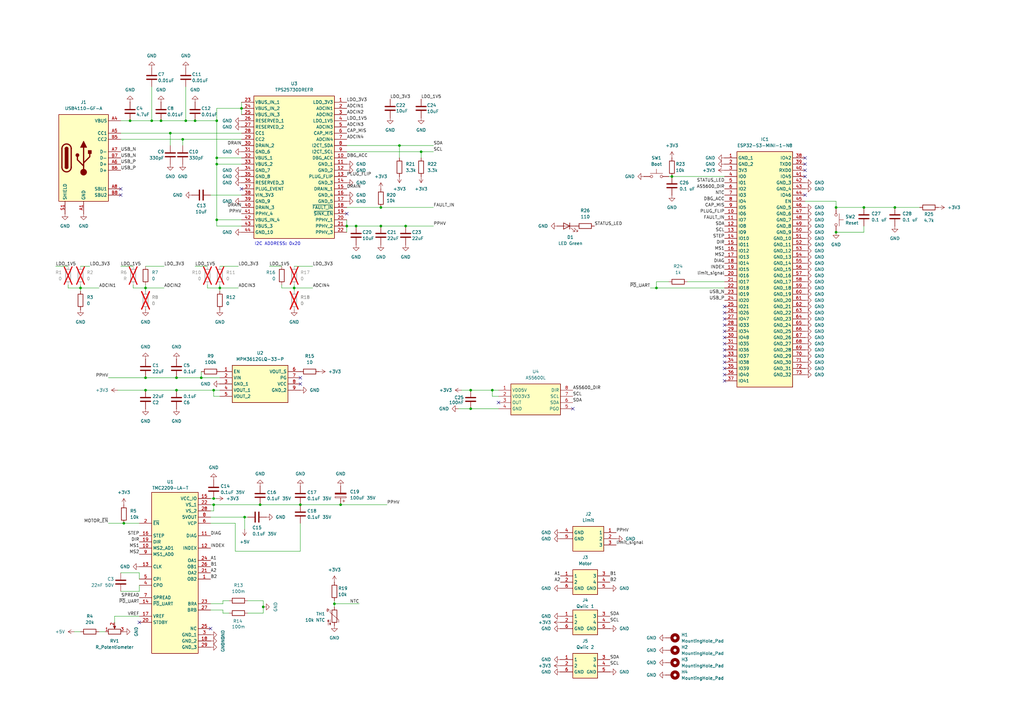
<source format=kicad_sch>
(kicad_sch (version 20250114) (generator "eeschema") (generator_version "9.0")
  (paper "A3")
  (title_block (title "ESPHome Curtain") (date "2025-10-19") (rev "A"))
  (text "I2C ADDRESS: 0x20" (at 104.394 100.076 0) (effects (font (size 1.27 1.27)) (justify left)))
  (junction (at 123.19 207.01))
  (junction (at 88.9 90.17))
  (junction (at 72.39 160.02))
  (junction (at 59.69 118.11))
  (junction (at 354.33 85.09))
  (junction (at 62.23 49.53))
  (junction (at 163.83 59.69))
  (junction (at 74.93 57.15))
  (junction (at 66.04 49.53))
  (junction (at 139.7 207.01))
  (junction (at 120.65 118.11))
  (junction (at 76.2 49.53))
  (junction (at 156.21 92.71))
  (junction (at 107.95 248.92))
  (junction (at 166.37 92.71))
  (junction (at 82.55 154.94))
  (junction (at 87.63 204.47))
  (junction (at 69.85 54.61))
  (junction (at 80.01 49.53))
  (junction (at 72.39 154.94))
  (junction (at 100.33 212.09))
  (junction (at 53.34 49.53))
  (junction (at 201.93 160.02))
  (junction (at 106.68 207.01))
  (junction (at 367.03 85.09))
  (junction (at 342.9 95.25))
  (junction (at 193.04 167.64))
  (junction (at 59.69 160.02))
  (junction (at 90.17 118.11))
  (junction (at 88.9 49.53))
  (junction (at 88.9 64.77))
  (junction (at 50.8 214.63))
  (junction (at 172.72 62.23))
  (junction (at 59.69 154.94))
  (junction (at 342.9 85.09))
  (junction (at 88.9 67.31))
  (junction (at 87.63 160.02))
  (junction (at 193.04 160.02))
  (junction (at 275.59 72.39))
  (junction (at 137.16 247.65))
  (junction (at 146.05 92.71))
  (junction (at 99.06 44.45))
  (junction (at 156.21 85.09))
  (junction (at 142.24 92.71))
  (junction (at 269.24 118.11))
  (junction (at 87.63 207.01))
  (junction (at 33.02 118.11))
  (no_connect (at 99.06 77.47))
  (no_connect (at 297.18 153.67))
  (no_connect (at 297.18 156.21))
  (no_connect (at 234.95 167.64))
  (no_connect (at 330.2 67.31))
  (no_connect (at 330.2 64.77))
  (no_connect (at 297.18 140.97))
  (no_connect (at 297.18 146.05))
  (no_connect (at 142.24 87.63))
  (no_connect (at 297.18 128.27))
  (no_connect (at 297.18 138.43))
  (no_connect (at 297.18 148.59))
  (no_connect (at 86.36 257.81))
  (no_connect (at 297.18 151.13))
  (no_connect (at 330.2 72.39))
  (no_connect (at 49.53 80.01))
  (no_connect (at 297.18 130.81))
  (no_connect (at 297.18 133.35))
  (no_connect (at 123.19 157.48))
  (no_connect (at 57.15 255.27))
  (no_connect (at 297.18 135.89))
  (no_connect (at 49.53 77.47))
  (no_connect (at 330.2 80.01))
  (no_connect (at 297.18 125.73))
  (no_connect (at 204.47 165.1))
  (no_connect (at 123.19 154.94))
  (no_connect (at 297.18 143.51))
  (no_connect (at 330.2 69.85))
  (wire (pts (xy 90.17 162.56) (xy 87.63 162.56)))
  (wire (pts (xy 88.9 44.45) (xy 99.06 44.45)))
  (wire (pts (xy 30.48 259.08) (xy 33.02 259.08)))
  (wire (pts (xy 22.86 109.22) (xy 27.94 109.22)))
  (wire (pts (xy 201.93 162.56) (xy 201.93 160.02)))
  (wire (pts (xy 48.26 160.02) (xy 59.69 160.02)))
  (wire (pts (xy 96.52 214.63) (xy 86.36 214.63)))
  (wire (pts (xy 49.53 109.22) (xy 54.61 109.22)))
  (wire (pts (xy 44.45 214.63) (xy 50.8 214.63)))
  (wire (pts (xy 49.53 57.15) (xy 74.93 57.15)))
  (wire (pts (xy 87.63 204.47) (xy 88.9 204.47)))
  (wire (pts (xy 90.17 119.38) (xy 90.17 118.11)))
  (wire (pts (xy 46.99 252.73) (xy 57.15 252.73)))
  (wire (pts (xy 72.39 154.94) (xy 82.55 154.94)))
  (wire (pts (xy 59.69 119.38) (xy 59.69 118.11)))
  (wire (pts (xy 137.16 248.92) (xy 137.16 247.65)))
  (wire (pts (xy 100.33 212.09) (xy 86.36 212.09)))
  (wire (pts (xy 54.61 118.11) (xy 59.69 118.11)))
  (wire (pts (xy 172.72 62.23) (xy 177.8 62.23)))
  (wire (pts (xy 99.06 92.71) (xy 88.9 92.71)))
  (wire (pts (xy 172.72 62.23) (xy 172.72 64.77)))
  (wire (pts (xy 189.23 160.02) (xy 193.04 160.02)))
  (wire (pts (xy 91.44 250.19) (xy 91.44 251.46)))
  (wire (pts (xy 93.98 246.38) (xy 91.44 246.38)))
  (wire (pts (xy 53.34 49.53) (xy 62.23 49.53)))
  (wire (pts (xy 74.93 57.15) (xy 74.93 59.69)))
  (wire (pts (xy 59.69 109.22) (xy 67.31 109.22)))
  (wire (pts (xy 101.6 251.46) (xy 107.95 251.46)))
  (wire (pts (xy 342.9 85.09) (xy 354.33 85.09)))
  (wire (pts (xy 193.04 160.02) (xy 201.93 160.02)))
  (wire (pts (xy 33.02 109.22) (xy 36.83 109.22)))
  (wire (pts (xy 86.36 207.01) (xy 87.63 207.01)))
  (wire (pts (xy 142.24 62.23) (xy 172.72 62.23)))
  (wire (pts (xy 274.32 72.39) (xy 275.59 72.39)))
  (wire (pts (xy 137.16 246.38) (xy 137.16 247.65)))
  (wire (pts (xy 49.53 242.57) (xy 57.15 242.57)))
  (wire (pts (xy 142.24 59.69) (xy 163.83 59.69)))
  (wire (pts (xy 166.37 92.71) (xy 177.8 92.71)))
  (wire (pts (xy 59.69 116.84) (xy 59.69 118.11)))
  (wire (pts (xy 87.63 209.55) (xy 87.63 207.01)))
  (wire (pts (xy 99.06 44.45) (xy 99.06 46.99)))
  (wire (pts (xy 86.36 80.01) (xy 99.06 80.01)))
  (wire (pts (xy 69.85 54.61) (xy 69.85 59.69)))
  (wire (pts (xy 120.65 109.22) (xy 128.27 109.22)))
  (wire (pts (xy 87.63 160.02) (xy 90.17 160.02)))
  (wire (pts (xy 90.17 109.22) (xy 97.79 109.22)))
  (wire (pts (xy 76.2 35.56) (xy 76.2 49.53)))
  (wire (pts (xy 367.03 85.09) (xy 377.19 85.09)))
  (wire (pts (xy 76.2 49.53) (xy 80.01 49.53)))
  (wire (pts (xy 204.47 162.56) (xy 201.93 162.56)))
  (wire (pts (xy 85.09 118.11) (xy 90.17 118.11)))
  (wire (pts (xy 49.53 49.53) (xy 53.34 49.53)))
  (wire (pts (xy 274.32 115.57) (xy 269.24 115.57)))
  (wire (pts (xy 74.93 57.15) (xy 99.06 57.15)))
  (wire (pts (xy 107.95 246.38) (xy 107.95 248.92)))
  (wire (pts (xy 87.63 207.01) (xy 106.68 207.01)))
  (wire (pts (xy 139.7 207.01) (xy 158.75 207.01)))
  (wire (pts (xy 57.15 234.95) (xy 57.15 237.49)))
  (wire (pts (xy 275.59 72.39) (xy 297.18 72.39)))
  (wire (pts (xy 297.18 118.11) (xy 269.24 118.11)))
  (wire (pts (xy 163.83 59.69) (xy 177.8 59.69)))
  (wire (pts (xy 91.44 251.46) (xy 93.98 251.46)))
  (wire (pts (xy 86.36 204.47) (xy 87.63 204.47)))
  (wire (pts (xy 342.9 82.55) (xy 342.9 85.09)))
  (wire (pts (xy 142.24 92.71) (xy 142.24 95.25)))
  (wire (pts (xy 330.2 82.55) (xy 342.9 82.55)))
  (wire (pts (xy 156.21 85.09) (xy 177.8 85.09)))
  (wire (pts (xy 49.53 54.61) (xy 69.85 54.61)))
  (wire (pts (xy 27.94 118.11) (xy 33.02 118.11)))
  (wire (pts (xy 137.16 247.65) (xy 147.32 247.65)))
  (wire (pts (xy 50.8 214.63) (xy 57.15 214.63)))
  (wire (pts (xy 82.55 152.4) (xy 82.55 154.94)))
  (wire (pts (xy 88.9 67.31) (xy 99.06 67.31)))
  (wire (pts (xy 142.24 92.71) (xy 146.05 92.71)))
  (wire (pts (xy 85.09 116.84) (xy 85.09 118.11)))
  (wire (pts (xy 54.61 116.84) (xy 54.61 118.11)))
  (wire (pts (xy 80.01 109.22) (xy 85.09 109.22)))
  (wire (pts (xy 88.9 92.71) (xy 88.9 90.17)))
  (wire (pts (xy 99.06 64.77) (xy 88.9 64.77)))
  (wire (pts (xy 96.52 226.06) (xy 96.52 214.63)))
  (wire (pts (xy 269.24 118.11) (xy 266.7 118.11)))
  (wire (pts (xy 62.23 35.56) (xy 62.23 49.53)))
  (wire (pts (xy 142.24 90.17) (xy 142.24 92.71)))
  (wire (pts (xy 46.99 255.27) (xy 46.99 252.73)))
  (wire (pts (xy 201.93 160.02) (xy 204.47 160.02)))
  (wire (pts (xy 44.45 154.94) (xy 59.69 154.94)))
  (wire (pts (xy 110.49 109.22) (xy 115.57 109.22)))
  (wire (pts (xy 100.33 212.09) (xy 101.6 212.09)))
  (wire (pts (xy 40.64 259.08) (xy 43.18 259.08)))
  (wire (pts (xy 33.02 118.11) (xy 40.64 118.11)))
  (wire (pts (xy 101.6 246.38) (xy 107.95 246.38)))
  (wire (pts (xy 123.19 214.63) (xy 123.19 226.06)))
  (wire (pts (xy 100.33 217.17) (xy 100.33 212.09)))
  (wire (pts (xy 106.68 207.01) (xy 123.19 207.01)))
  (wire (pts (xy 297.18 115.57) (xy 281.94 115.57)))
  (wire (pts (xy 88.9 49.53) (xy 88.9 44.45)))
  (wire (pts (xy 120.65 119.38) (xy 120.65 118.11)))
  (wire (pts (xy 69.85 54.61) (xy 99.06 54.61)))
  (wire (pts (xy 86.36 250.19) (xy 91.44 250.19)))
  (wire (pts (xy 62.23 49.53) (xy 66.04 49.53)))
  (wire (pts (xy 59.69 160.02) (xy 72.39 160.02)))
  (wire (pts (xy 87.63 160.02) (xy 87.63 162.56)))
  (wire (pts (xy 88.9 67.31) (xy 88.9 64.77)))
  (wire (pts (xy 156.21 92.71) (xy 166.37 92.71)))
  (wire (pts (xy 354.33 92.71) (xy 354.33 95.25)))
  (wire (pts (xy 33.02 116.84) (xy 33.02 118.11)))
  (wire (pts (xy 86.36 209.55) (xy 87.63 209.55)))
  (wire (pts (xy 91.44 246.38) (xy 91.44 247.65)))
  (wire (pts (xy 120.65 118.11) (xy 128.27 118.11)))
  (wire (pts (xy 88.9 90.17) (xy 88.9 67.31)))
  (wire (pts (xy 80.01 49.53) (xy 88.9 49.53)))
  (wire (pts (xy 187.96 167.64) (xy 193.04 167.64)))
  (wire (pts (xy 354.33 95.25) (xy 342.9 95.25)))
  (wire (pts (xy 99.06 90.17) (xy 88.9 90.17)))
  (wire (pts (xy 90.17 116.84) (xy 90.17 118.11)))
  (wire (pts (xy 27.94 116.84) (xy 27.94 118.11)))
  (wire (pts (xy 72.39 160.02) (xy 87.63 160.02)))
  (wire (pts (xy 107.95 248.92) (xy 107.95 251.46)))
  (wire (pts (xy 146.05 92.71) (xy 156.21 92.71)))
  (wire (pts (xy 99.06 41.91) (xy 99.06 44.45)))
  (wire (pts (xy 115.57 116.84) (xy 115.57 118.11)))
  (wire (pts (xy 66.04 49.53) (xy 76.2 49.53)))
  (wire (pts (xy 269.24 115.57) (xy 269.24 118.11)))
  (wire (pts (xy 88.9 64.77) (xy 88.9 49.53)))
  (wire (pts (xy 120.65 116.84) (xy 120.65 118.11)))
  (wire (pts (xy 59.69 118.11) (xy 67.31 118.11)))
  (wire (pts (xy 49.53 234.95) (xy 57.15 234.95)))
  (wire (pts (xy 142.24 85.09) (xy 156.21 85.09)))
  (wire (pts (xy 90.17 118.11) (xy 97.79 118.11)))
  (wire (pts (xy 115.57 118.11) (xy 120.65 118.11)))
  (wire (pts (xy 59.69 154.94) (xy 72.39 154.94)))
  (wire (pts (xy 163.83 59.69) (xy 163.83 64.77)))
  (wire (pts (xy 193.04 167.64) (xy 204.47 167.64)))
  (wire (pts (xy 86.36 247.65) (xy 91.44 247.65)))
  (wire (pts (xy 123.19 207.01) (xy 139.7 207.01)))
  (wire (pts (xy 33.02 119.38) (xy 33.02 118.11)))
  (wire (pts (xy 123.19 226.06) (xy 96.52 226.06)))
  (wire (pts (xy 354.33 85.09) (xy 367.03 85.09)))
  (wire (pts (xy 57.15 242.57) (xy 57.15 240.03)))
  (wire (pts (xy 82.55 154.94) (xy 90.17 154.94)))
  (label "USB_P" (at 49.53 67.31 0))
  (label "STEP" (at 297.18 97.79 180))
  (label "INDEX" (at 297.18 110.49 180))
  (label "MS2" (at 57.15 227.33 180))
  (label "DIAG" (at 86.36 219.71 0))
  (label "SDA" (at 250.19 252.73 0))
  (label "SCL" (at 297.18 95.25 180))
  (label "LDO_1V5" (at 172.72 40.64 0))
  (label "AS5600_DIR" (at 297.18 77.47 180))
  (label "SDA" (at 250.19 270.51 0))
  (label "INDEX" (at 86.36 224.79 0))
  (label "DBG_ACC" (at 297.18 82.55 180))
  (label "A2" (at 229.87 238.76 180))
  (label "B1" (at 86.36 232.41 0))
  (label "DIAG" (at 297.18 107.95 180))
  (label "ADCIN2" (at 67.31 118.11 0))
  (label "VREF" (at 57.15 252.73 180))
  (label "NTC" (at 147.32 247.65 180))
  (label "~{PD}_UART" (at 266.7 118.11 180))
  (label "DIR" (at 297.18 100.33 180))
  (label "SCL" (at 234.95 162.56 0))
  (label "ADCIN3" (at 97.79 118.11 0))
  (label "SPREAD" (at 57.15 245.11 180))
  (label "USB_P" (at 49.53 69.85 0))
  (label "LDO_3V3" (at 36.83 109.22 0))
  (label "SDA" (at 177.8 59.69 0))
  (label "B1" (at 250.19 236.22 0))
  (label "MS2" (at 297.18 105.41 180))
  (label "B2" (at 86.36 237.49 0))
  (label "SDA" (at 234.95 165.1 0))
  (label "PPHV" (at 177.8 92.71 0))
  (label "USB_N" (at 297.18 120.65 180))
  (label "STATUS_LED" (at 243.84 92.71 0))
  (label "LDO_1V5" (at 142.24 49.53 0))
  (label "B2" (at 250.19 238.76 0))
  (label "ADCIN1" (at 40.64 118.11 0))
  (label "MS1" (at 57.15 224.79 180))
  (label "limit_signal" (at 252.73 223.52 0))
  (label "ADCIN3" (at 142.24 52.07 0))
  (label "LDO_1V5" (at 49.53 109.22 0))
  (label "PPHV" (at 158.75 207.01 0))
  (label "A1" (at 229.87 236.22 180))
  (label "AS5600_DIR" (at 234.95 160.02 0))
  (label "LDO_3V3" (at 128.27 109.22 0))
  (label "FAULT_IN" (at 297.18 90.17 180))
  (label "LDO_3V3" (at 160.02 40.64 0))
  (label "USB_N" (at 49.53 62.23 0))
  (label "PPHV" (at 44.45 154.94 180))
  (label "DBG_ACC" (at 142.24 64.77 0))
  (label "USB_P" (at 297.18 123.19 180))
  (label "LDO_3V3" (at 67.31 109.22 0))
  (label "DRAIN" (at 99.06 85.09 180))
  (label "SCL" (at 250.19 255.27 0))
  (label "ADCIN4" (at 142.24 57.15 0))
  (label "A1" (at 86.36 229.87 0))
  (label "SCL" (at 250.19 273.05 0))
  (label "MS1" (at 297.18 102.87 180))
  (label "ADCIN4" (at 128.27 118.11 0))
  (label "NTC" (at 297.18 80.01 180))
  (label "A2" (at 86.36 234.95 0))
  (label "MOTOR_~{EN}" (at 44.45 214.63 180))
  (label "limit_signal" (at 297.18 113.03 180))
  (label "PPHV" (at 252.73 218.44 0))
  (label "ADCIN2" (at 142.24 46.99 0))
  (label "~{PD}_UART" (at 57.15 247.65 180))
  (label "SDA" (at 297.18 92.71 180))
  (label "SCL" (at 177.8 62.23 0))
  (label "PLUG_FLIP" (at 297.18 87.63 180))
  (label "STATUS_LED" (at 297.18 74.93 180))
  (label "LDO_1V5" (at 80.01 109.22 0))
  (label "CAP_MIS" (at 297.18 85.09 180))
  (label "LDO_1V5" (at 110.49 109.22 0))
  (label "PLUG_FLIP" (at 142.24 72.39 0))
  (label "LDO_3V3" (at 142.24 41.91 0))
  (label "DIR" (at 57.15 222.25 180))
  (label "ADCIN1" (at 142.24 44.45 0))
  (label "LDO_3V3" (at 97.79 109.22 0))
  (label "FAULT_IN" (at 177.8 85.09 0))
  (label "CAP_MIS" (at 142.24 54.61 0))
  (label "DRAIN" (at 142.24 77.47 0))
  (label "LDO_1V5" (at 22.86 109.22 0))
  (label "USB_N" (at 49.53 64.77 0))
  (label "DRAIN" (at 99.06 59.69 180))
  (label "STEP" (at 57.15 219.71 180))
  (label "PPHV" (at 99.06 87.63 180))
  (symbol (lib_id "power:GND") (at 330.2 77.47 90) (unit 1)
    (property "Reference" "#PWR087" (effects (hide yes)))
    (property "Value" "GND" (at 334.01 77.4699 90) (effects (justify right)))
    (property "Description" "Power symbol creates a global label with name \"GND\" , ground" (effects (hide yes)))
  )
  (symbol (lib_id "power:GND") (at 330.2 138.43 90) (unit 1)
    (property "Reference" "#PWR0109" (effects (hide yes)))
    (property "Value" "GND" (at 334.01 138.4299 90) (effects (justify right)))
    (property "Description" "Power symbol creates a global label with name \"GND\" , ground" (effects (hide yes)))
  )
  (symbol (lib_id "Samacsys:MPM3612GLQ-33-P") (at 106.68 157.48 0) (unit 1)
    (property "Reference" "U2" (at 106.68 144.78 0))
    (property "Value" "MPM3612GLQ-33-P" (at 106.68 147.32 0))
    (property "Footprint" "Samacsys:MPM3612GLQ33P" (effects (hide yes)))
    (property "Datasheet" "https://www.monolithicpower.com/en/documentview/productdocument/index/version/2/document_type/Datasheet/lang/en/sku/MPM3612GLQ-33/document_id/11833/" (effects (hide yes)))
    (property "Description" "Power Management Modules 3V to 22VInput,1A, Ultra-Low 5 A IQ,PowerModule in anLGA-10(3mmx3mmx2mm) Package" (effects (hide yes)))
    (property "Height" "2.1" (effects (hide yes)))
    (property "Manufacturer_Name" "Monolithic Power Systems (MPS)" (effects (hide yes)))
    (property "Manufacturer_Part_Number" "MPM3612GLQ-33-P" (effects (hide yes)))
  )
  (symbol (lib_id "Device:R") (at 275.59 68.58 0) (unit 1)
    (property "Reference" "R23" (at 277.114 67.31 0) (effects (justify left)))
    (property "Value" "10k" (at 277.114 69.85 0) (effects (justify left)))
    (property "Footprint" "Resistor_SMD:R_0402_1005Metric" (effects (hide yes)))
    (property "Description" "Resistor" (effects (hide yes)))
  )
  (symbol (lib_id "power:GND") (at 273.05 276.86 270) (unit 1)
    (property "Reference" "#PWR080" (effects (hide yes)))
    (property "Value" "GND" (at 269.24 276.8599 90) (effects (justify right)))
    (property "Description" "Power symbol creates a global label with name \"GND\" , ground" (effects (hide yes)))
  )
  (symbol (lib_id "power:+3V3") (at 384.81 85.09 270) (mirror x) (unit 1)
    (property "Reference" "#PWR0118" (effects (hide yes)))
    (property "Value" "+3V3" (at 388.62 85.0899 90) (effects (justify left)))
    (property "Description" "Power symbol creates a global label with name \"+3V3\"" (effects (hide yes)))
  )
  (symbol (lib_id "power:GND") (at 252.73 220.98 90) (unit 1)
    (property "Reference" "#PWR075" (effects (hide yes)))
    (property "Value" "GND" (at 256.54 220.9799 90) (effects (justify right)))
    (property "Description" "Power symbol creates a global label with name \"GND\" , ground" (effects (hide yes)))
  )
  (symbol (lib_id "Device:R") (at 33.02 113.03 0) (unit 1) (dnp yes)
    (property "Reference" "R2" (at 35.56 111.7599 0) (effects (justify left)))
    (property "Value" "0" (at 35.56 114.2999 0) (effects (justify left)))
    (property "Footprint" "Resistor_SMD:R_0402_1005Metric" (effects (hide yes)))
    (property "Description" "Resistor" (effects (hide yes)))
  )
  (symbol (lib_id "power:GND") (at 142.24 82.55 90) (mirror x) (unit 1)
    (property "Reference" "#PWR052" (effects (hide yes)))
    (property "Value" "GND" (at 146.05 82.5499 90) (effects (justify right)))
    (property "Description" "Power symbol creates a global label with name \"GND\" , ground" (effects (hide yes)))
  )
  (symbol (lib_id "power:GND") (at 330.2 107.95 90) (unit 1)
    (property "Reference" "#PWR097" (effects (hide yes)))
    (property "Value" "GND" (at 334.01 107.9499 90) (effects (justify right)))
    (property "Description" "Power symbol creates a global label with name \"GND\" , ground" (effects (hide yes)))
  )
  (symbol (lib_id "power:GND") (at 330.2 115.57 90) (unit 1)
    (property "Reference" "#PWR0100" (effects (hide yes)))
    (property "Value" "GND" (at 334.01 115.5699 90) (effects (justify right)))
    (property "Description" "Power symbol creates a global label with name \"GND\" , ground" (effects (hide yes)))
  )
  (symbol (lib_id "power:GND") (at 330.2 146.05 90) (unit 1)
    (property "Reference" "#PWR0112" (effects (hide yes)))
    (property "Value" "GND" (at 334.01 146.0499 90) (effects (justify right)))
    (property "Description" "Power symbol creates a global label with name \"GND\" , ground" (effects (hide yes)))
  )
  (symbol (lib_id "Device:Thermistor_NTC") (at 137.16 252.73 0) (unit 1)
    (property "Reference" "TH1" (at 133.35 251.7774 0) (effects (justify right)))
    (property "Value" "10k NTC" (at 133.35 254.3174 0) (effects (justify right)))
    (property "Footprint" "Resistor_SMD:R_0402_1005Metric" (effects (hide yes)))
    (property "Description" "Temperature dependent resistor, negative temperature coefficient" (effects (hide yes)))
    (property "Manufacturer_Part_Number" "NTCG103JX103DTDS" (effects (hide yes)))
    (property "B Parameter" "3435 K" (effects (hide yes)))
  )
  (symbol (lib_id "power:GND") (at 99.06 82.55 270) (unit 1)
    (property "Reference" "#PWR035" (effects (hide yes)))
    (property "Value" "GND" (at 95.25 82.5499 90) (effects (justify right)))
    (property "Description" "Power symbol creates a global label with name \"GND\" , ground" (effects (hide yes)))
  )
  (symbol (lib_id "power:+3V3") (at 137.16 238.76 0) (unit 1)
    (property "Reference" "#PWR045" (effects (hide yes)))
    (property "Value" "+3V3" (at 137.16 233.68 0))
    (property "Description" "Power symbol creates a global label with name \"+3V3\"" (effects (hide yes)))
  )
  (symbol (lib_id "Samacsys:USB4110-GF-A") (at 34.29 64.77 0) (unit 1)
    (property "Reference" "J1" (at 34.29 41.91 0))
    (property "Value" "USB4110-GF-A" (at 34.29 44.45 0))
    (property "Footprint" "Samacsys:USB4110GFA" (effects (hide yes)))
    (property "Datasheet" "https://gct.co/files/drawings/usb4110.pdf" (effects (hide yes)))
    (property "Description" "CONN USB 2.0 TYPE-C R/A SMT" (effects (hide yes)))
    (property "Height" "3.26" (effects (hide yes)))
    (property "Mouser Part Number" "640-USB4110-GF-A" (effects (hide yes)))
    (property "Mouser Price/Stock" "https://www.mouser.co.uk/ProductDetail/GCT/USB4110-GF-A?qs=KUoIvG%2F9IlYiZvIXQjyJeA%3D%3D" (effects (hide yes)))
    (property "Manufacturer_Name" "GCT (GLOBAL CONNECTOR TECHNOLOGY)" (effects (hide yes)))
    (property "Manufacturer_Part_Number" "USB4110-GF-A" (effects (hide yes)))
  )
  (symbol (lib_id "Samacsys:SM04B-SRSS-TB_LF__SN_") (at 240.03 238.76 0) (unit 1)
    (property "Reference" "J3" (at 240.03 228.6 0))
    (property "Value" "Motor" (at 240.03 231.14 0))
    (property "Footprint" "Samacsys:SM04B-SRSS-TB_LFSN_" (effects (hide yes)))
    (property "Datasheet" "http://www.jst-mfg.com/product/pdf/eng/eSH.pdf" (effects (hide yes)))
    (property "Description" "JST (JAPAN SOLDERLESS TERMINALS) - SM04B-SRSS-TB(LF)(SN) - CONNECTOR, HEADER, SMT, R/A, 1MM, 4WAY" (effects (hide yes)))
    (property "Mouser Part Number" "306-SM04BSRSSTBLFSN" (effects (hide yes)))
    (property "Mouser Price/Stock" "https://www.mouser.co.uk/ProductDetail/JST-Commercial/SM04B-SRSS-TBLFSN?qs=cdbOS8ANM9B3FdyA6cNU2A%3D%3D" (effects (hide yes)))
    (property "Manufacturer_Name" "JST (JAPAN SOLDERLESS TERMINALS)" (effects (hide yes)))
    (property "Manufacturer_Part_Number" "SM04B-SRSS-TB(LF)(SN)" (effects (hide yes)))
  )
  (symbol (lib_id "power:GND") (at 86.36 265.43 90) (mirror x) (unit 1)
    (property "Reference" "#PWR025" (effects (hide yes)))
    (property "Value" "GND" (at 91.44 265.43 0))
    (property "Description" "Power symbol creates a global label with name \"GND\" , ground" (effects (hide yes)))
  )
  (symbol (lib_id "power:GND") (at 229.87 257.81 270) (unit 1)
    (property "Reference" "#PWR068" (effects (hide yes)))
    (property "Value" "GND" (at 226.06 257.8099 90) (effects (justify right)))
    (property "Description" "Power symbol creates a global label with name \"GND\" , ground" (effects (hide yes)))
  )
  (symbol (lib_id "power:GND") (at 330.2 148.59 90) (unit 1)
    (property "Reference" "#PWR0113" (effects (hide yes)))
    (property "Value" "GND" (at 334.01 148.5899 90) (effects (justify right)))
    (property "Description" "Power symbol creates a global label with name \"GND\" , ground" (effects (hide yes)))
  )
  (symbol (lib_id "power:GND") (at 76.2 27.94 180) (unit 1)
    (property "Reference" "#PWR019" (effects (hide yes)))
    (property "Value" "GND" (at 76.2 22.86 0))
    (property "Description" "Power symbol creates a global label with name \"GND\" , ground" (effects (hide yes)))
  )
  (symbol (lib_id "power:GND") (at 330.2 153.67 90) (unit 1)
    (property "Reference" "#PWR0115" (effects (hide yes)))
    (property "Value" "GND" (at 334.01 153.6699 90) (effects (justify right)))
    (property "Description" "Power symbol creates a global label with name \"GND\" , ground" (effects (hide yes)))
  )
  (symbol (lib_id "Mechanical:MountingHole_Pad") (at 275.59 271.78 270) (unit 1) (in_bom no)
    (property "Reference" "H3" (at 279.4 270.5099 90) (effects (justify left)))
    (property "Value" "MountingHole_Pad" (at 279.4 273.0499 90) (effects (justify left)))
    (property "Footprint" "MountingHole:MountingHole_3.2mm_M3_Pad_Via" (effects (hide yes)))
    (property "Description" "Mounting Hole with connection" (effects (hide yes)))
  )
  (symbol (lib_id "Device:R") (at 115.57 113.03 0) (mirror y) (unit 1)
    (property "Reference" "R16" (at 113.03 111.7599 0) (effects (justify left)))
    (property "Value" "0" (at 113.03 114.2999 0) (effects (justify left)))
    (property "Footprint" "Resistor_SMD:R_0402_1005Metric" (effects (hide yes)))
    (property "Description" "Resistor" (effects (hide yes)))
  )
  (symbol (lib_id "power:GND") (at 142.24 67.31 90) (mirror x) (unit 1)
    (property "Reference" "#PWR048" (effects (hide yes)))
    (property "Value" "GND" (at 146.05 67.3099 90) (effects (justify right)))
    (property "Description" "Power symbol creates a global label with name \"GND\" , ground" (effects (hide yes)))
  )
  (symbol (lib_id "power:+3V3") (at 297.18 69.85 90) (unit 1)
    (property "Reference" "#PWR085" (effects (hide yes)))
    (property "Value" "+3V3" (at 293.37 69.8499 90) (effects (justify left)))
    (property "Description" "Power symbol creates a global label with name \"+3V3\"" (effects (hide yes)))
  )
  (symbol (lib_id "power:GND") (at 229.87 252.73 270) (unit 1)
    (property "Reference" "#PWR066" (effects (hide yes)))
    (property "Value" "GND" (at 226.06 252.7299 90) (effects (justify right)))
    (property "Description" "Power symbol creates a global label with name \"GND\" , ground" (effects (hide yes)))
  )
  (symbol (lib_id "Device:R") (at 120.65 113.03 0) (unit 1) (dnp yes)
    (property "Reference" "R17" (at 123.19 111.7599 0) (effects (justify left)))
    (property "Value" "0" (at 123.19 114.2999 0) (effects (justify left)))
    (property "Footprint" "Resistor_SMD:R_0402_1005Metric" (effects (hide yes)))
    (property "Description" "Resistor" (effects (hide yes)))
  )
  (symbol (lib_id "Device:C") (at 59.69 163.83 0) (mirror x) (unit 1)
    (property "Reference" "C2" (at 62.484 165.1 0) (effects (justify left)))
    (property "Value" "22uF" (at 62.484 162.56 0) (effects (justify left)))
    (property "Footprint" "Capacitor_SMD:C_0402_1005Metric" (effects (hide yes)))
    (property "Description" "Unpolarized capacitor" (effects (hide yes)))
  )
  (symbol (lib_id "Samacsys:SM04B-SRSS-TB_LF__SN_") (at 240.03 273.05 0) (unit 1)
    (property "Reference" "J5" (at 240.03 262.89 0))
    (property "Value" "Qwiic 2" (at 240.03 265.43 0))
    (property "Footprint" "Samacsys:SM04B-SRSS-TB_LFSN_" (effects (hide yes)))
    (property "Datasheet" "http://www.jst-mfg.com/product/pdf/eng/eSH.pdf" (effects (hide yes)))
    (property "Description" "JST (JAPAN SOLDERLESS TERMINALS) - SM04B-SRSS-TB(LF)(SN) - CONNECTOR, HEADER, SMT, R/A, 1MM, 4WAY" (effects (hide yes)))
    (property "Mouser Part Number" "306-SM04BSRSSTBLFSN" (effects (hide yes)))
    (property "Mouser Price/Stock" "https://www.mouser.co.uk/ProductDetail/JST-Commercial/SM04B-SRSS-TBLFSN?qs=cdbOS8ANM9B3FdyA6cNU2A%3D%3D" (effects (hide yes)))
    (property "Manufacturer_Name" "JST (JAPAN SOLDERLESS TERMINALS)" (effects (hide yes)))
    (property "Manufacturer_Part_Number" "SM04B-SRSS-TB(LF)(SN)" (effects (hide yes)))
  )
  (symbol (lib_id "Device:C") (at 160.02 44.45 0) (mirror x) (unit 1)
    (property "Reference" "C22" (at 164.338 43.18 0))
    (property "Value" "10uF" (at 164.846 45.466 0))
    (property "Footprint" "Capacitor_SMD:C_0402_1005Metric" (effects (hide yes)))
    (property "Description" "Unpolarized capacitor" (effects (hide yes)))
  )
  (symbol (lib_id "power:GND") (at 106.68 199.39 180) (unit 1)
    (property "Reference" "#PWR038" (effects (hide yes)))
    (property "Value" "GND" (at 106.68 194.31 0))
    (property "Description" "Power symbol creates a global label with name \"GND\" , ground" (effects (hide yes)))
  )
  (symbol (lib_id "power:GND") (at 26.67 87.63 0) (unit 1)
    (property "Reference" "#PWR01" (effects (hide yes)))
    (property "Value" "GND" (at 26.67 92.71 0))
    (property "Description" "Power symbol creates a global label with name \"GND\" , ground" (effects (hide yes)))
  )
  (symbol (lib_id "Device:R") (at 90.17 113.03 0) (unit 1) (dnp yes)
    (property "Reference" "R11" (at 92.71 111.7599 0) (effects (justify left)))
    (property "Value" "0" (at 92.71 114.2999 0) (effects (justify left)))
    (property "Footprint" "Resistor_SMD:R_0402_1005Metric" (effects (hide yes)))
    (property "Description" "Resistor" (effects (hide yes)))
  )
  (symbol (lib_id "power:GND") (at 62.23 27.94 180) (unit 1)
    (property "Reference" "#PWR015" (effects (hide yes)))
    (property "Value" "GND" (at 62.23 22.86 0))
    (property "Description" "Power symbol creates a global label with name \"GND\" , ground" (effects (hide yes)))
  )
  (symbol (lib_id "Samacsys:AS5600L") (at 219.71 163.83 0) (unit 1)
    (property "Reference" "U4" (at 219.71 152.4 0))
    (property "Value" "AS5600L" (at 219.71 154.94 0))
    (property "Footprint" "Samacsys:SOIC127P600X175-8N" (effects (hide yes)))
    (property "Description" "Board Mount Motion & Position Sensors AS5600L-ASOM SOIC8 LF T&RDP" (effects (hide yes)))
    (property "Height" "1.75" (effects (hide yes)))
    (property "Mouser Part Number" "985-AS5600L-ASOM" (effects (hide yes)))
    (property "Mouser Price/Stock" "https://www.mouser.co.uk/ProductDetail/ams-OSRAM/AS5600L-ASOM?qs=%252BEew9%252B0nqrBunD4f%2FviZXA%3D%3D" (effects (hide yes)))
    (property "Manufacturer_Name" "ams OSRAM" (effects (hide yes)))
    (property "Manufacturer_Part_Number" "AS5600L-ASOM" (effects (hide yes)))
  )
  (symbol (lib_id "power:GND") (at 99.06 69.85 270) (unit 1)
    (property "Reference" "#PWR032" (effects (hide yes)))
    (property "Value" "GND" (at 95.25 69.8499 90) (effects (justify right)))
    (property "Description" "Power symbol creates a global label with name \"GND\" , ground" (effects (hide yes)))
  )
  (symbol (lib_id "power:GND") (at 330.2 128.27 90) (unit 1)
    (property "Reference" "#PWR0105" (effects (hide yes)))
    (property "Value" "GND" (at 334.01 128.2699 90) (effects (justify right)))
    (property "Description" "Power symbol creates a global label with name \"GND\" , ground" (effects (hide yes)))
  )
  (symbol (lib_id "power:GND") (at 330.2 90.17 90) (unit 1)
    (property "Reference" "#PWR090" (effects (hide yes)))
    (property "Value" "GND" (at 334.01 90.1699 90) (effects (justify right)))
    (property "Description" "Power symbol creates a global label with name \"GND\" , ground" (effects (hide yes)))
  )
  (symbol (lib_id "power:GND") (at 99.06 62.23 270) (unit 1)
    (property "Reference" "#PWR031" (effects (hide yes)))
    (property "Value" "GND" (at 95.25 62.2299 90) (effects (justify right)))
    (property "Description" "Power symbol creates a global label with name \"GND\" , ground" (effects (hide yes)))
  )
  (symbol (lib_id "power:GND") (at 330.2 130.81 90) (unit 1)
    (property "Reference" "#PWR0106" (effects (hide yes)))
    (property "Value" "GND" (at 334.01 130.8099 90) (effects (justify right)))
    (property "Description" "Power symbol creates a global label with name \"GND\" , ground" (effects (hide yes)))
  )
  (symbol (lib_id "power:GND") (at 275.59 80.01 0) (mirror y) (unit 1)
    (property "Reference" "#PWR082" (effects (hide yes)))
    (property "Value" "GND" (at 275.59 85.09 0))
    (property "Description" "Power symbol creates a global label with name \"GND\" , ground" (effects (hide yes)))
  )
  (symbol (lib_id "power:GND") (at 87.63 196.85 180) (unit 1)
    (property "Reference" "#PWR026" (effects (hide yes)))
    (property "Value" "GND" (at 87.63 191.77 0))
    (property "Description" "Power symbol creates a global label with name \"GND\" , ground" (effects (hide yes)))
  )
  (symbol (lib_id "power:GND") (at 330.2 123.19 90) (unit 1)
    (property "Reference" "#PWR0103" (effects (hide yes)))
    (property "Value" "GND" (at 334.01 123.1899 90) (effects (justify right)))
    (property "Description" "Power symbol creates a global label with name \"GND\" , ground" (effects (hide yes)))
  )
  (symbol (lib_id "power:GND") (at 172.72 48.26 0) (unit 1)
    (property "Reference" "#PWR059" (effects (hide yes)))
    (property "Value" "GND" (at 172.72 53.34 0))
    (property "Description" "Power symbol creates a global label with name \"GND\" , ground" (effects (hide yes)))
  )
  (symbol (lib_id "power:GND") (at 66.04 41.91 180) (unit 1)
    (property "Reference" "#PWR016" (effects (hide yes)))
    (property "Value" "GND" (at 66.04 36.83 0))
    (property "Description" "Power symbol creates a global label with name \"GND\" , ground" (effects (hide yes)))
  )
  (symbol (lib_id "power:GND") (at 99.06 72.39 270) (unit 1)
    (property "Reference" "#PWR033" (effects (hide yes)))
    (property "Value" "GND" (at 95.25 72.3899 90) (effects (justify right)))
    (property "Description" "Power symbol creates a global label with name \"GND\" , ground" (effects (hide yes)))
  )
  (symbol (lib_id "Device:C") (at 193.04 163.83 0) (unit 1)
    (property "Reference" "C25" (at 190.246 163.068 0) (effects (justify right)))
    (property "Value" "100nF" (at 190.246 165.1 0) (effects (justify right)))
    (property "Footprint" "Capacitor_SMD:C_0402_1005Metric" (effects (hide yes)))
    (property "Description" "Unpolarized capacitor" (effects (hide yes)))
  )
  (symbol (lib_id "power:GND") (at 229.87 220.98 270) (unit 1)
    (property "Reference" "#PWR064" (effects (hide yes)))
    (property "Value" "GND" (at 226.06 220.9799 90) (effects (justify right)))
    (property "Description" "Power symbol creates a global label with name \"GND\" , ground" (effects (hide yes)))
  )
  (symbol (lib_id "power:GND") (at 330.2 100.33 90) (unit 1)
    (property "Reference" "#PWR094" (effects (hide yes)))
    (property "Value" "GND" (at 334.01 100.3299 90) (effects (justify right)))
    (property "Description" "Power symbol creates a global label with name \"GND\" , ground" (effects (hide yes)))
  )
  (symbol (lib_id "Switch:SW_Push") (at 342.9 90.17 270) (unit 1)
    (property "Reference" "SW2" (at 346.71 88.8999 90) (effects (justify left)))
    (property "Value" "Reset" (at 346.71 91.4399 90) (effects (justify left)))
    (property "Footprint" "Button_Switch_SMD:SW_Push_1P1T_NO_CK_KMR2" (effects (hide yes)))
    (property "Description" "Push button switch, generic, two pins" (effects (hide yes)))
  )
  (symbol (lib_id "Device:C") (at 74.93 63.5 0) (unit 1)
    (property "Reference" "C10" (at 77.47 62.23 0) (effects (justify left)))
    (property "Value" "330pF" (at 77.47 64.77 0) (effects (justify left)))
    (property "Footprint" "Capacitor_SMD:C_0402_1005Metric" (effects (hide yes)))
    (property "Description" "Unpolarized capacitor" (effects (hide yes)))
  )
  (symbol (lib_id "power:GND") (at 187.96 167.64 270) (unit 1)
    (property "Reference" "#PWR061" (effects (hide yes)))
    (property "Value" "GND" (at 184.15 167.6399 90) (effects (justify right)))
    (property "Description" "Power symbol creates a global label with name \"GND\" , ground" (effects (hide yes)))
  )
  (symbol (lib_id "Device:R") (at 156.21 81.28 0) (mirror y) (unit 1)
    (property "Reference" "R20" (at 158.496 80.01 0) (effects (justify right)))
    (property "Value" "10k" (at 158.496 82.296 0) (effects (justify right)))
    (property "Footprint" "Resistor_SMD:R_0402_1005Metric" (effects (hide yes)))
    (property "Description" "Resistor" (effects (hide yes)))
  )
  (symbol (lib_id "power:GND") (at 99.06 49.53 270) (unit 1)
    (property "Reference" "#PWR029" (effects (hide yes)))
    (property "Value" "GND" (at 95.25 49.5299 90) (effects (justify right)))
    (property "Description" "Power symbol creates a global label with name \"GND\" , ground" (effects (hide yes)))
  )
  (symbol (lib_id "Device:R") (at 86.36 152.4 90) (unit 1)
    (property "Reference" "R9" (at 86.36 146.05 90))
    (property "Value" "100k" (at 86.36 148.59 90))
    (property "Footprint" "Resistor_SMD:R_0402_1005Metric" (effects (hide yes)))
    (property "Description" "Resistor" (effects (hide yes)))
  )
  (symbol (lib_id "Device:R") (at 33.02 123.19 0) (unit 1)
    (property "Reference" "R3" (at 35.56 121.9199 0) (effects (justify left)))
    (property "Value" "0" (at 35.56 124.4599 0) (effects (justify left)))
    (property "Footprint" "Resistor_SMD:R_0402_1005Metric" (effects (hide yes)))
    (property "Description" "Resistor" (effects (hide yes)))
  )
  (symbol (lib_id "power:GND") (at 59.69 127 0) (unit 1)
    (property "Reference" "#PWR012" (effects (hide yes)))
    (property "Value" "GND" (at 59.69 132.08 0))
    (property "Description" "Power symbol creates a global label with name \"GND\" , ground" (effects (hide yes)))
  )
  (symbol (lib_id "Samacsys:TPS25730DREFR") (at 142.24 41.91 0) (mirror y) (unit 1)
    (property "Reference" "U3" (at 120.65 34.29 0))
    (property "Value" "TPS25730DREFR" (at 120.65 36.83 0))
    (property "Footprint" "Samacsys:TPS25730DREFR" (effects (hide yes)))
    (property "Datasheet" "https://www.ti.com/lit/ds/symlink/tps25730.pdf?ts=1707773923998&ref_url=https%253A%252F%252Fwww.mouser.at%252F" (effects (hide yes)))
    (property "Description" "USB Interface IC TPS25730DREFR SARUMAN BG MCM" (effects (hide yes)))
    (property "Height" "0.8" (effects (hide yes)))
    (property "Mouser Part Number" "595-TPS25730DREFR" (effects (hide yes)))
    (property "Mouser Price/Stock" "https://www.mouser.co.uk/ProductDetail/Texas-Instruments/TPS25730DREFR?qs=Z%252BL2brAPG1IvmkUK7DRnBA%3D%3D" (effects (hide yes)))
    (property "Manufacturer_Name" "Texas Instruments" (effects (hide yes)))
    (property "Manufacturer_Part_Number" "TPS25730DREFR" (effects (hide yes)))
  )
  (symbol (lib_id "Samacsys:TMC2209-LA-T") (at 71.12 234.95 0) (unit 1)
    (property "Reference" "U1" (at 69.85 197.612 0))
    (property "Value" "TMC2209-LA-T" (at 69.85 200.152 0))
    (property "Footprint" "Samacsys:QFN50P500X500X90-29N-D" (effects (hide yes)))
    (property "Datasheet" "https://www.analog.com/media/en/technical-documentation/data-sheets/TMC2209_datasheet_rev1.09.pdf" (effects (hide yes)))
    (property "Description" "Bipolar Motor Driver Power MOSFET Step/Direction, UART 28-QFN (5x5)" (effects (hide yes)))
    (property "Height" "0.9" (effects (hide yes)))
    (property "Mouser Part Number" "700-TMC2209-LA-T" (effects (hide yes)))
    (property "Mouser Price/Stock" "https://www.mouser.co.uk/ProductDetail/ADI-Trinamic/TMC2209-LA-T?qs=TiOZkKH1s2Qz5AVGoa6OOQ%3D%3D" (effects (hide yes)))
    (property "Manufacturer_Name" "Analog Devices" (effects (hide yes)))
    (property "Manufacturer_Part_Number" "TMC2209-LA-T" (effects (hide yes)))
  )
  (symbol (lib_id "power:+5V") (at 30.48 259.08 90) (unit 1)
    (property "Reference" "#PWR02" (effects (hide yes)))
    (property "Value" "+5V" (at 26.67 259.0799 90) (effects (justify left)))
    (property "Description" "Power symbol creates a global label with name \"+5V\"" (effects (hide yes)))
  )
  (symbol (lib_id "power:GND") (at 264.16 72.39 270) (mirror x) (unit 1)
    (property "Reference" "#PWR076" (effects (hide yes)))
    (property "Value" "GND" (at 260.35 72.3899 90) (effects (justify right)))
    (property "Description" "Power symbol creates a global label with name \"GND\" , ground" (effects (hide yes)))
  )
  (symbol (lib_id "power:GND") (at 53.34 41.91 180) (unit 1)
    (property "Reference" "#PWR010" (effects (hide yes)))
    (property "Value" "GND" (at 53.34 36.83 0))
    (property "Description" "Power symbol creates a global label with name \"GND\" , ground" (effects (hide yes)))
  )
  (symbol (lib_id "power:GND") (at 330.2 140.97 90) (unit 1)
    (property "Reference" "#PWR0110" (effects (hide yes)))
    (property "Value" "GND" (at 334.01 140.9699 90) (effects (justify right)))
    (property "Description" "Power symbol creates a global label with name \"GND\" , ground" (effects (hide yes)))
  )
  (symbol (lib_id "power:GND") (at 228.6 92.71 270) (unit 1)
    (property "Reference" "#PWR0119" (effects (hide yes)))
    (property "Value" "GND" (at 224.79 92.7099 90) (effects (justify right)))
    (property "Description" "Power symbol creates a global label with name \"GND\" , ground" (effects (hide yes)))
  )
  (symbol (lib_id "power:+3V3") (at 229.87 273.05 90) (unit 1)
    (property "Reference" "#PWR070" (effects (hide yes)))
    (property "Value" "+3V3" (at 226.06 273.0499 90) (effects (justify left)))
    (property "Description" "Power symbol creates a global label with name \"+3V3\"" (effects (hide yes)))
  )
  (symbol (lib_id "Device:C") (at 82.55 80.01 90) (mirror x) (unit 1)
    (property "Reference" "C13" (at 82.55 84.328 90))
    (property "Value" "10uF" (at 82.55 86.868 90))
    (property "Footprint" "Capacitor_SMD:C_0402_1005Metric" (effects (hide yes)))
    (property "Description" "Unpolarized capacitor" (effects (hide yes)))
  )
  (symbol (lib_id "Device:R") (at 36.83 259.08 90) (unit 1)
    (property "Reference" "R4" (at 36.83 252.73 90))
    (property "Value" "20k" (at 36.83 255.27 90))
    (property "Footprint" "Resistor_SMD:R_0402_1005Metric" (effects (hide yes)))
    (property "Description" "Resistor" (effects (hide yes)))
  )
  (symbol (lib_id "power:GND") (at 109.22 212.09 90) (mirror x) (unit 1)
    (property "Reference" "#PWR040" (effects (hide yes)))
    (property "Value" "GND" (at 113.03 212.0899 90) (effects (justify right)))
    (property "Description" "Power symbol creates a global label with name \"GND\" , ground" (effects (hide yes)))
  )
  (symbol (lib_id "Device:R") (at 90.17 123.19 0) (unit 1)
    (property "Reference" "R12" (at 92.71 121.9199 0) (effects (justify left)))
    (property "Value" "0" (at 92.71 124.4599 0) (effects (justify left)))
    (property "Footprint" "Resistor_SMD:R_0402_1005Metric" (effects (hide yes)))
    (property "Description" "Resistor" (effects (hide yes)))
  )
  (symbol (lib_id "power:GND") (at 229.87 218.44 270) (unit 1)
    (property "Reference" "#PWR063" (effects (hide yes)))
    (property "Value" "GND" (at 226.06 218.4399 90) (effects (justify right)))
    (property "Description" "Power symbol creates a global label with name \"GND\" , ground" (effects (hide yes)))
  )
  (symbol (lib_id "Device:C") (at 59.69 151.13 0) (unit 1)
    (property "Reference" "C1" (at 62.484 149.86 0) (effects (justify left)))
    (property "Value" "22uF" (at 62.484 152.4 0) (effects (justify left)))
    (property "Footprint" "Capacitor_SMD:C_0402_1005Metric" (effects (hide yes)))
    (property "Description" "Unpolarized capacitor" (effects (hide yes)))
  )
  (symbol (lib_id "power:GND") (at 74.93 67.31 0) (unit 1)
    (property "Reference" "#PWR018" (effects (hide yes)))
    (property "Value" "GND" (at 74.93 72.39 0))
    (property "Description" "Power symbol creates a global label with name \"GND\" , ground" (effects (hide yes)))
  )
  (symbol (lib_id "power:GND") (at 297.18 64.77 270) (mirror x) (unit 1)
    (property "Reference" "#PWR083" (effects (hide yes)))
    (property "Value" "GND" (at 293.37 64.7699 90) (effects (justify right)))
    (property "Description" "Power symbol creates a global label with name \"GND\" , ground" (effects (hide yes)))
  )
  (symbol (lib_id "Device:R") (at 54.61 113.03 0) (mirror y) (unit 1) (dnp yes)
    (property "Reference" "R6" (at 52.07 111.7599 0) (effects (justify left)))
    (property "Value" "R" (at 52.07 114.2999 0) (effects (justify left)))
    (property "Footprint" "Resistor_SMD:R_0402_1005Metric" (effects (hide yes)))
    (property "Description" "Resistor" (effects (hide yes)))
  )
  (symbol (lib_id "Device:R") (at 97.79 251.46 270) (mirror x) (unit 1)
    (property "Reference" "R14" (at 97.536 254.762 90))
    (property "Value" "100m" (at 97.79 257.048 90))
    (property "Footprint" "Resistor_SMD:R_0402_1005Metric" (effects (hide yes)))
    (property "Description" "Resistor" (effects (hide yes)))
  )
  (symbol (lib_id "Device:C") (at 62.23 31.75 0) (unit 1)
    (property "Reference" "C7" (at 64.77 30.48 0) (effects (justify left)))
    (property "Value" "0.01uF" (at 64.77 33.02 0) (effects (justify left)))
    (property "Footprint" "Capacitor_SMD:C_0402_1005Metric" (effects (hide yes)))
    (property "Description" "Unpolarized capacitor" (effects (hide yes)))
  )
  (symbol (lib_id "Device:C") (at 87.63 200.66 0) (unit 1)
    (property "Reference" "C14" (at 90.424 199.39 0) (effects (justify left)))
    (property "Value" "0.1uF 35V" (at 90.424 201.93 0) (effects (justify left)))
    (property "Footprint" "Capacitor_SMD:C_0402_1005Metric" (effects (hide yes)))
    (property "Description" "Unpolarized capacitor" (effects (hide yes)))
  )
  (symbol (lib_id "Device:C") (at 69.85 63.5 0) (mirror y) (unit 1)
    (property "Reference" "C9" (at 67.31 62.23 0) (effects (justify left)))
    (property "Value" "330pF" (at 67.31 64.77 0) (effects (justify left)))
    (property "Footprint" "Capacitor_SMD:C_0402_1005Metric" (effects (hide yes)))
    (property "Description" "Unpolarized capacitor" (effects (hide yes)))
  )
  (symbol (lib_id "power:GND") (at 78.74 80.01 270) (unit 1)
    (property "Reference" "#PWR021" (effects (hide yes)))
    (property "Value" "GND" (at 74.93 80.0099 90) (effects (justify right)))
    (property "Description" "Power symbol creates a global label with name \"GND\" , ground" (effects (hide yes)))
  )
  (symbol (lib_id "Device:R") (at 127 152.4 90) (unit 1)
    (property "Reference" "R15" (at 127 146.05 90))
    (property "Value" "10" (at 127 148.59 90))
    (property "Footprint" "Resistor_SMD:R_0402_1005Metric" (effects (hide yes)))
    (property "Description" "Resistor" (effects (hide yes)))
  )
  (symbol (lib_id "power:GND") (at 160.02 48.26 0) (unit 1)
    (property "Reference" "#PWR056" (effects (hide yes)))
    (property "Value" "GND" (at 160.02 53.34 0))
    (property "Description" "Power symbol creates a global label with name \"GND\" , ground" (effects (hide yes)))
  )
  (symbol (lib_id "Device:C") (at 367.03 88.9 0) (unit 1)
    (property "Reference" "C28" (at 370.078 87.63 0) (effects (justify left)))
    (property "Value" "0.1 uF" (at 370.078 90.17 0) (effects (justify left)))
    (property "Footprint" "Capacitor_SMD:C_0402_1005Metric" (effects (hide yes)))
    (property "Description" "Unpolarized capacitor" (effects (hide yes)))
  )
  (symbol (lib_id "power:+5V") (at 100.33 217.17 180) (unit 1)
    (property "Reference" "#PWR037" (effects (hide yes)))
    (property "Value" "+5V" (at 100.33 222.25 0))
    (property "Description" "Power symbol creates a global label with name \"+5V\"" (effects (hide yes)))
  )
  (symbol (lib_id "Mechanical:MountingHole_Pad") (at 275.59 261.62 270) (unit 1) (in_bom no)
    (property "Reference" "H1" (at 279.4 260.3499 90) (effects (justify left)))
    (property "Value" "MountingHole_Pad" (at 279.4 262.8899 90) (effects (justify left)))
    (property "Footprint" "MountingHole:MountingHole_3.2mm_M3_Pad_Via" (effects (hide yes)))
    (property "Description" "Mounting Hole with connection" (effects (hide yes)))
  )
  (symbol (lib_id "power:GND") (at 80.01 41.91 180) (unit 1)
    (property "Reference" "#PWR022" (effects (hide yes)))
    (property "Value" "GND" (at 80.01 36.83 0))
    (property "Description" "Power symbol creates a global label with name \"GND\" , ground" (effects (hide yes)))
  )
  (symbol (lib_id "power:GND") (at 330.2 133.35 90) (unit 1)
    (property "Reference" "#PWR0107" (effects (hide yes)))
    (property "Value" "GND" (at 334.01 133.3499 90) (effects (justify right)))
    (property "Description" "Power symbol creates a global label with name \"GND\" , ground" (effects (hide yes)))
  )
  (symbol (lib_id "power:GND") (at 367.03 92.71 0) (unit 1)
    (property "Reference" "#PWR0117" (effects (hide yes)))
    (property "Value" "GND" (at 367.03 97.79 0))
    (property "Description" "Power symbol creates a global label with name \"GND\" , ground" (effects (hide yes)))
  )
  (symbol (lib_id "Samacsys:SM03B-SRSS-TB_LF__SN_") (at 229.87 218.44 0) (unit 1) (in_bom no)
    (property "Reference" "J2" (at 241.3 210.82 0))
    (property "Value" "Limit" (at 241.3 213.36 0))
    (property "Footprint" "Samacsys:SM03BSRSSTBLFSN" (effects (hide yes)))
    (property "Datasheet" "https://www.jst-mfg.com/product/pdf/eng/eSH.pdf" (effects (hide yes)))
    (property "Description" "Wire To Board / Wire To Wire Connector RoHS" (effects (hide yes)))
    (property "Height" "2.9" (effects (hide yes)))
    (property "Mouser Part Number" "N/A" (effects (hide yes)))
    (property "Mouser Price/Stock" "https://www.mouser.co.uk/ProductDetail/JST-Commercial/SM03B-SRSS-TBLFSN?qs=IKkN%2F947nfBpJw20m79wuw%3D%3D" (effects (hide yes)))
    (property "Manufacturer_Name" "JST (JAPAN SOLDERLESS TERMINALS)" (effects (hide yes)))
    (property "Manufacturer_Part_Number" "SM03B-SRSS-TB(LF)(SN)" (effects (hide yes)))
  )
  (symbol (lib_id "power:GND") (at 330.2 102.87 90) (unit 1)
    (property "Reference" "#PWR095" (effects (hide yes)))
    (property "Value" "GND" (at 334.01 102.8699 90) (effects (justify right)))
    (property "Description" "Power symbol creates a global label with name \"GND\" , ground" (effects (hide yes)))
  )
  (symbol (lib_id "power:GND") (at 142.24 80.01 90) (mirror x) (unit 1)
    (property "Reference" "#PWR051" (effects (hide yes)))
    (property "Value" "GND" (at 146.05 80.0099 90) (effects (justify right)))
    (property "Description" "Power symbol creates a global label with name \"GND\" , ground" (effects (hide yes)))
  )
  (symbol (lib_id "Device:C") (at 166.37 96.52 0) (unit 1)
    (property "Reference" "C23" (at 168.91 95.25 0) (effects (justify left)))
    (property "Value" "22uF" (at 168.91 97.79 0) (effects (justify left)))
    (property "Footprint" "Capacitor_SMD:C_0402_1005Metric" (effects (hide yes)))
    (property "Description" "Unpolarized capacitor" (effects (hide yes)))
  )
  (symbol (lib_id "Device:C_Polarized") (at 139.7 203.2 180) (unit 1)
    (property "Reference" "C19" (at 143.51 201.676 0) (effects (justify right)))
    (property "Value" "100uF 35V" (at 143.51 204.216 0) (effects (justify right)))
    (property "Footprint" "Capacitor_SMD:CP_Elec_4x3" (effects (hide yes)))
    (property "Description" "Polarized capacitor" (effects (hide yes)))
  )
  (symbol (lib_id "Device:C") (at 172.72 44.45 0) (mirror x) (unit 1)
    (property "Reference" "C24" (at 177.038 43.18 0))
    (property "Value" "10uF" (at 177.546 45.72 0))
    (property "Footprint" "Capacitor_SMD:C_0402_1005Metric" (effects (hide yes)))
    (property "Description" "Unpolarized capacitor" (effects (hide yes)))
  )
  (symbol (lib_id "Device:R") (at 50.8 210.82 0) (unit 1)
    (property "Reference" "R5" (at 53.34 209.5499 0) (effects (justify left)))
    (property "Value" "10k" (at 53.34 212.0899 0) (effects (justify left)))
    (property "Footprint" "Resistor_SMD:R_0402_1005Metric" (effects (hide yes)))
    (property "Description" "Resistor" (effects (hide yes)))
  )
  (symbol (lib_id "power:GND") (at 229.87 270.51 270) (unit 1)
    (property "Reference" "#PWR069" (effects (hide yes)))
    (property "Value" "GND" (at 226.06 270.5099 90) (effects (justify right)))
    (property "Description" "Power symbol creates a global label with name \"GND\" , ground" (effects (hide yes)))
  )
  (symbol (lib_id "Device:R") (at 240.03 92.71 90) (unit 1)
    (property "Reference" "R26" (at 240.03 86.36 90))
    (property "Value" "110" (at 240.03 88.9 90))
    (property "Footprint" "Resistor_SMD:R_0402_1005Metric" (effects (hide yes)))
    (property "Description" "Resistor" (effects (hide yes)))
  )
  (symbol (lib_id "power:GND") (at 273.05 261.62 270) (unit 1)
    (property "Reference" "#PWR077" (effects (hide yes)))
    (property "Value" "GND" (at 269.24 261.6199 90) (effects (justify right)))
    (property "Description" "Power symbol creates a global label with name \"GND\" , ground" (effects (hide yes)))
  )
  (symbol (lib_id "power:GND") (at 330.2 118.11 90) (unit 1)
    (property "Reference" "#PWR0101" (effects (hide yes)))
    (property "Value" "GND" (at 334.01 118.1099 90) (effects (justify right)))
    (property "Description" "Power symbol creates a global label with name \"GND\" , ground" (effects (hide yes)))
  )
  (symbol (lib_id "power:GND") (at 72.39 167.64 0) (mirror y) (unit 1)
    (property "Reference" "#PWR014" (effects (hide yes)))
    (property "Value" "GND" (at 72.39 172.72 0))
    (property "Description" "Power symbol creates a global label with name \"GND\" , ground" (effects (hide yes)))
  )
  (symbol (lib_id "Device:C") (at 66.04 45.72 0) (unit 1)
    (property "Reference" "C8" (at 68.58 44.45 0) (effects (justify left)))
    (property "Value" "0.01uF" (at 68.58 46.99 0) (effects (justify left)))
    (property "Footprint" "Capacitor_SMD:C_0402_1005Metric" (effects (hide yes)))
    (property "Description" "Unpolarized capacitor" (effects (hide yes)))
  )
  (symbol (lib_id "power:+3V3") (at 88.9 204.47 270) (unit 1)
    (property "Reference" "#PWR027" (effects (hide yes)))
    (property "Value" "+3V3" (at 92.71 204.4699 90) (effects (justify left)))
    (property "Description" "Power symbol creates a global label with name \"+3V3\"" (effects (hide yes)))
  )
  (symbol (lib_id "power:+3V3") (at 172.72 72.39 180) (unit 1)
    (property "Reference" "#PWR060" (effects (hide yes)))
    (property "Value" "+3V3" (at 172.72 77.47 0))
    (property "Description" "Power symbol creates a global label with name \"+3V3\"" (effects (hide yes)))
  )
  (symbol (lib_id "power:GND") (at 99.06 95.25 270) (unit 1)
    (property "Reference" "#PWR036" (effects (hide yes)))
    (property "Value" "GND" (at 95.25 95.2499 90) (effects (justify right)))
    (property "Description" "Power symbol creates a global label with name \"GND\" , ground" (effects (hide yes)))
  )
  (symbol (lib_id "power:GND") (at 330.2 105.41 90) (unit 1)
    (property "Reference" "#PWR096" (effects (hide yes)))
    (property "Value" "GND" (at 334.01 105.4099 90) (effects (justify right)))
    (property "Description" "Power symbol creates a global label with name \"GND\" , ground" (effects (hide yes)))
  )
  (symbol (lib_id "power:+3V3") (at 156.21 77.47 0) (mirror y) (unit 1)
    (property "Reference" "#PWR054" (effects (hide yes)))
    (property "Value" "+3V3" (at 156.21 72.39 0))
    (property "Description" "Power symbol creates a global label with name \"+3V3\"" (effects (hide yes)))
  )
  (symbol (lib_id "Switch:SW_Push") (at 269.24 72.39 0) (unit 1)
    (property "Reference" "SW1" (at 269.24 64.77 0))
    (property "Value" "Boot" (at 269.24 67.31 0))
    (property "Footprint" "Button_Switch_SMD:SW_Push_1P1T_NO_CK_KMR2" (effects (hide yes)))
    (property "Description" "Push button switch, generic, two pins" (effects (hide yes)))
  )
  (symbol (lib_id "power:GND") (at 250.19 257.81 90) (unit 1)
    (property "Reference" "#PWR073" (effects (hide yes)))
    (property "Value" "GND" (at 254 257.8099 90) (effects (justify right)))
    (property "Description" "Power symbol creates a global label with name \"GND\" , ground" (effects (hide yes)))
  )
  (symbol (lib_id "power:GND") (at 120.65 127 0) (unit 1)
    (property "Reference" "#PWR043" (effects (hide yes)))
    (property "Value" "GND" (at 120.65 132.08 0))
    (property "Description" "Power symbol creates a global label with name \"GND\" , ground" (effects (hide yes)))
  )
  (symbol (lib_id "power:GND") (at 59.69 167.64 0) (mirror y) (unit 1)
    (property "Reference" "#PWR07" (effects (hide yes)))
    (property "Value" "GND" (at 59.69 172.72 0))
    (property "Description" "Power symbol creates a global label with name \"GND\" , ground" (effects (hide yes)))
  )
  (symbol (lib_id "Device:R_Potentiometer") (at 46.99 259.08 90) (unit 1)
    (property "Reference" "RV1" (at 46.99 262.89 90))
    (property "Value" "R_Potentiometer" (at 46.99 265.43 90))
    (property "Footprint" "Potentiometer_SMD:Potentiometer_Bourns_3214W_Vertical" (effects (hide yes)))
    (property "Description" "Potentiometer" (effects (hide yes)))
  )
  (symbol (lib_id "power:GND") (at 330.2 97.79 90) (unit 1)
    (property "Reference" "#PWR093" (effects (hide yes)))
    (property "Value" "GND" (at 334.01 97.7899 90) (effects (justify right)))
    (property "Description" "Power symbol creates a global label with name \"GND\" , ground" (effects (hide yes)))
  )
  (symbol (lib_id "power:GND") (at 330.2 113.03 90) (unit 1)
    (property "Reference" "#PWR099" (effects (hide yes)))
    (property "Value" "GND" (at 334.01 113.0299 90) (effects (justify right)))
    (property "Description" "Power symbol creates a global label with name \"GND\" , ground" (effects (hide yes)))
  )
  (symbol (lib_id "Mechanical:MountingHole_Pad") (at 275.59 266.7 270) (unit 1) (in_bom no)
    (property "Reference" "H2" (at 279.4 265.4299 90) (effects (justify left)))
    (property "Value" "MountingHole_Pad" (at 279.4 267.9699 90) (effects (justify left)))
    (property "Footprint" "MountingHole:MountingHole_3.2mm_M3_Pad_Via" (effects (hide yes)))
    (property "Description" "Mounting Hole with connection" (effects (hide yes)))
  )
  (symbol (lib_id "power:GND") (at 330.2 95.25 90) (unit 1)
    (property "Reference" "#PWR092" (effects (hide yes)))
    (property "Value" "GND" (at 334.01 95.2499 90) (effects (justify right)))
    (property "Description" "Power symbol creates a global label with name \"GND\" , ground" (effects (hide yes)))
  )
  (symbol (lib_id "Device:C") (at 123.19 210.82 0) (unit 1)
    (property "Reference" "C18" (at 125.984 209.55 0) (effects (justify left)))
    (property "Value" "0.1uF 35V" (at 125.984 212.09 0) (effects (justify left)))
    (property "Footprint" "Capacitor_SMD:C_0402_1005Metric" (effects (hide yes)))
    (property "Description" "Unpolarized capacitor" (effects (hide yes)))
  )
  (symbol (lib_id "power:GND") (at 69.85 67.31 0) (unit 1)
    (property "Reference" "#PWR017" (effects (hide yes)))
    (property "Value" "GND" (at 69.85 72.39 0))
    (property "Description" "Power symbol creates a global label with name \"GND\" , ground" (effects (hide yes)))
  )
  (symbol (lib_id "power:GND") (at 107.95 248.92 90) (mirror x) (unit 1)
    (property "Reference" "#PWR039" (effects (hide yes)))
    (property "Value" "GND" (at 113.03 248.92 0))
    (property "Description" "Power symbol creates a global label with name \"GND\" , ground" (effects (hide yes)))
  )
  (symbol (lib_id "Device:R") (at 97.79 246.38 90) (unit 1)
    (property "Reference" "R13" (at 97.79 240.03 90))
    (property "Value" "100m" (at 97.79 242.57 90))
    (property "Footprint" "Resistor_SMD:R_0402_1005Metric" (effects (hide yes)))
    (property "Description" "Resistor" (effects (hide yes)))
  )
  (symbol (lib_id "power:+3V3") (at 163.83 72.39 180) (unit 1)
    (property "Reference" "#PWR057" (effects (hide yes)))
    (property "Value" "+3V3" (at 163.83 77.47 0))
    (property "Description" "Power symbol creates a global label with name \"+3V3\"" (effects (hide yes)))
  )
  (symbol (lib_id "Device:R") (at 172.72 68.58 180) (unit 1)
    (property "Reference" "R22" (at 175.26 67.3099 0) (effects (justify right)))
    (property "Value" "3.3k" (at 175.26 69.8499 0) (effects (justify right)))
    (property "Footprint" "Resistor_SMD:R_0402_1005Metric" (effects (hide yes)))
    (property "Description" "Resistor" (effects (hide yes)))
  )
  (symbol (lib_id "Device:C") (at 53.34 45.72 0) (unit 1)
    (property "Reference" "C4" (at 55.88 44.45 0) (effects (justify left)))
    (property "Value" "4.7uF" (at 55.88 46.99 0) (effects (justify left)))
    (property "Footprint" "Capacitor_SMD:C_0402_1005Metric" (effects (hide yes)))
    (property "Description" "Unpolarized capacitor" (effects (hide yes)))
  )
  (symbol (lib_id "power:GND") (at 156.21 100.33 0) (unit 1)
    (property "Reference" "#PWR055" (effects (hide yes)))
    (property "Value" "GND" (at 156.21 105.41 0))
    (property "Description" "Power symbol creates a global label with name \"GND\" , ground" (effects (hide yes)))
  )
  (symbol (lib_id "power:GND") (at 330.2 92.71 90) (unit 1)
    (property "Reference" "#PWR091" (effects (hide yes)))
    (property "Value" "GND" (at 334.01 92.7099 90) (effects (justify right)))
    (property "Description" "Power symbol creates a global label with name \"GND\" , ground" (effects (hide yes)))
  )
  (symbol (lib_id "power:GND") (at 90.17 157.48 270) (unit 1)
    (property "Reference" "#PWR020" (effects (hide yes)))
    (property "Value" "GND" (at 86.36 157.4799 90) (effects (justify right)))
    (property "Description" "Power symbol creates a global label with name \"GND\" , ground" (effects (hide yes)))
  )
  (symbol (lib_id "power:GND") (at 34.29 87.63 0) (unit 1)
    (property "Reference" "#PWR04" (effects (hide yes)))
    (property "Value" "GND" (at 34.29 92.71 0))
    (property "Description" "Power symbol creates a global label with name \"GND\" , ground" (effects (hide yes)))
  )
  (symbol (lib_id "power:+3V3") (at 130.81 152.4 270) (unit 1)
    (property "Reference" "#PWR042" (effects (hide yes)))
    (property "Value" "+3V3" (at 134.62 152.3999 90) (effects (justify left)))
    (property "Description" "Power symbol creates a global label with name \"+3V3\"" (effects (hide yes)))
  )
  (symbol (lib_id "power:GND") (at 330.2 143.51 90) (unit 1)
    (property "Reference" "#PWR0111" (effects (hide yes)))
    (property "Value" "GND" (at 334.01 143.5099 90) (effects (justify right)))
    (property "Description" "Power symbol creates a global label with name \"GND\" , ground" (effects (hide yes)))
  )
  (symbol (lib_id "Device:R") (at 381 85.09 90) (mirror x) (unit 1)
    (property "Reference" "R25" (at 381 87.884 90))
    (property "Value" "4.7k" (at 381 90.424 90))
    (property "Footprint" "Resistor_SMD:R_0402_1005Metric" (effects (hide yes)))
    (property "Description" "Resistor" (effects (hide yes)))
  )
  (symbol (lib_id "power:+3V3") (at 275.59 64.77 0) (unit 1)
    (property "Reference" "#PWR081" (effects (hide yes)))
    (property "Value" "+3V3" (at 275.59 59.69 0))
    (property "Description" "Power symbol creates a global label with name \"+3V3\"" (effects (hide yes)))
  )
  (symbol (lib_id "power:GND") (at 146.05 100.33 0) (unit 1)
    (property "Reference" "#PWR053" (effects (hide yes)))
    (property "Value" "GND" (at 146.05 105.41 0))
    (property "Description" "Power symbol creates a global label with name \"GND\" , ground" (effects (hide yes)))
  )
  (symbol (lib_id "power:+3V3") (at 189.23 160.02 90) (unit 1)
    (property "Reference" "#PWR062" (effects (hide yes)))
    (property "Value" "+3V3" (at 185.42 160.0199 90) (effects (justify left)))
    (property "Description" "Power symbol creates a global label with name \"+3V3\"" (effects (hide yes)))
  )
  (symbol (lib_id "power:GND") (at 330.2 110.49 90) (unit 1)
    (property "Reference" "#PWR098" (effects (hide yes)))
    (property "Value" "GND" (at 334.01 110.4899 90) (effects (justify right)))
    (property "Description" "Power symbol creates a global label with name \"GND\" , ground" (effects (hide yes)))
  )
  (symbol (lib_id "power:GND") (at 123.19 160.02 90) (unit 1)
    (property "Reference" "#PWR041" (effects (hide yes)))
    (property "Value" "GND" (at 127 160.0199 90) (effects (justify right)))
    (property "Description" "Power symbol creates a global label with name \"GND\" , ground" (effects (hide yes)))
  )
  (symbol (lib_id "power:GND") (at 273.05 266.7 270) (unit 1)
    (property "Reference" "#PWR078" (effects (hide yes)))
    (property "Value" "GND" (at 269.24 266.6999 90) (effects (justify right)))
    (property "Description" "Power symbol creates a global label with name \"GND\" , ground" (effects (hide yes)))
  )
  (symbol (lib_id "power:GND") (at 123.19 199.39 180) (unit 1)
    (property "Reference" "#PWR044" (effects (hide yes)))
    (property "Value" "GND" (at 123.19 194.31 0))
    (property "Description" "Power symbol creates a global label with name \"GND\" , ground" (effects (hide yes)))
  )
  (symbol (lib_id "Device:R") (at 59.69 113.03 0) (unit 1)
    (property "Reference" "R7" (at 62.23 111.7599 0) (effects (justify left)))
    (property "Value" "0" (at 62.23 114.2999 0) (effects (justify left)))
    (property "Footprint" "Resistor_SMD:R_0402_1005Metric" (effects (hide yes)))
    (property "Description" "Resistor" (effects (hide yes)))
  )
  (symbol (lib_id "power:GND") (at 99.06 74.93 270) (unit 1)
    (property "Reference" "#PWR034" (effects (hide yes)))
    (property "Value" "GND" (at 95.25 74.9299 90) (effects (justify right)))
    (property "Description" "Power symbol creates a global label with name \"GND\" , ground" (effects (hide yes)))
  )
  (symbol (lib_id "power:GND") (at 139.7 199.39 180) (unit 1)
    (property "Reference" "#PWR047" (effects (hide yes)))
    (property "Value" "GND" (at 139.7 194.31 0))
    (property "Description" "Power symbol creates a global label with name \"GND\" , ground" (effects (hide yes)))
  )
  (symbol (lib_id "Device:C") (at 80.01 45.72 0) (unit 1)
    (property "Reference" "C12" (at 82.55 44.45 0) (effects (justify left)))
    (property "Value" "0.01uF" (at 82.55 46.99 0) (effects (justify left)))
    (property "Footprint" "Capacitor_SMD:C_0402_1005Metric" (effects (hide yes)))
    (property "Description" "Unpolarized capacitor" (effects (hide yes)))
  )
  (symbol (lib_id "power:GND") (at 273.05 271.78 270) (unit 1)
    (property "Reference" "#PWR079" (effects (hide yes)))
    (property "Value" "GND" (at 269.24 271.7799 90) (effects (justify right)))
    (property "Description" "Power symbol creates a global label with name \"GND\" , ground" (effects (hide yes)))
  )
  (symbol (lib_id "Mechanical:MountingHole_Pad") (at 275.59 276.86 270) (unit 1) (in_bom no)
    (property "Reference" "H4" (at 279.4 275.5899 90) (effects (justify left)))
    (property "Value" "MountingHole_Pad" (at 279.4 278.1299 90) (effects (justify left)))
    (property "Footprint" "MountingHole:MountingHole_3.2mm_M3_Pad_Via" (effects (hide yes)))
    (property "Description" "Mounting Hole with connection" (effects (hide yes)))
  )
  (symbol (lib_id "Device:C") (at 106.68 203.2 0) (unit 1)
    (property "Reference" "C16" (at 109.474 201.93 0) (effects (justify left)))
    (property "Value" "0.1uF 35V" (at 109.474 204.47 0) (effects (justify left)))
    (property "Footprint" "Capacitor_SMD:C_0402_1005Metric" (effects (hide yes)))
    (property "Description" "Unpolarized capacitor" (effects (hide yes)))
  )
  (symbol (lib_id "power:GND") (at 342.9 95.25 0) (unit 1)
    (property "Reference" "#PWR0116" (effects (hide yes)))
    (property "Value" "GND" (at 342.9 100.33 0))
    (property "Description" "Power symbol creates a global label with name \"GND\" , ground" (effects (hide yes)))
  )
  (symbol (lib_id "Device:R") (at 85.09 113.03 0) (mirror y) (unit 1) (dnp yes)
    (property "Reference" "R10" (at 82.55 111.7599 0) (effects (justify left)))
    (property "Value" "0" (at 82.55 114.2999 0) (effects (justify left)))
    (property "Footprint" "Resistor_SMD:R_0402_1005Metric" (effects (hide yes)))
    (property "Description" "Resistor" (effects (hide yes)))
  )
  (symbol (lib_id "power:GND") (at 99.06 52.07 270) (unit 1)
    (property "Reference" "#PWR030" (effects (hide yes)))
    (property "Value" "GND" (at 95.25 52.0699 90) (effects (justify right)))
    (property "Description" "Power symbol creates a global label with name \"GND\" , ground" (effects (hide yes)))
  )
  (symbol (lib_id "power:GND") (at 330.2 151.13 90) (unit 1)
    (property "Reference" "#PWR0114" (effects (hide yes)))
    (property "Value" "GND" (at 334.01 151.1299 90) (effects (justify right)))
    (property "Description" "Power symbol creates a global label with name \"GND\" , ground" (effects (hide yes)))
  )
  (symbol (lib_name "SM04B-SRSS-TB_LF__SN__1") (lib_id "Samacsys:SM04B-SRSS-TB_LF__SN_") (at 240.03 255.27 0) (unit 1)
    (property "Reference" "J4" (at 240.03 246.126 0))
    (property "Value" "Qwiic 1" (at 240.03 248.666 0))
    (property "Footprint" "Samacsys:SM04B-SRSS-TB_LFSN_" (effects (hide yes)))
    (property "Datasheet" "http://www.jst-mfg.com/product/pdf/eng/eSH.pdf" (effects (hide yes)))
    (property "Description" "JST (JAPAN SOLDERLESS TERMINALS) - SM04B-SRSS-TB(LF)(SN) - CONNECTOR, HEADER, SMT, R/A, 1MM, 4WAY" (effects (hide yes)))
    (property "Mouser Part Number" "306-SM04BSRSSTBLFSN" (effects (hide yes)))
    (property "Mouser Price/Stock" "https://www.mouser.co.uk/ProductDetail/JST-Commercial/SM04B-SRSS-TBLFSN?qs=cdbOS8ANM9B3FdyA6cNU2A%3D%3D" (effects (hide yes)))
    (property "Manufacturer_Name" "JST (JAPAN SOLDERLESS TERMINALS)" (effects (hide yes)))
    (property "Manufacturer_Part_Number" "SM04B-SRSS-TB(LF)(SN)" (effects (hide yes)))
  )
  (symbol (lib_id "Device:R") (at 27.94 113.03 0) (mirror y) (unit 1) (dnp yes)
    (property "Reference" "R1" (at 25.4 111.7599 0) (effects (justify left)))
    (property "Value" "0" (at 25.4 114.2999 0) (effects (justify left)))
    (property "Footprint" "Resistor_SMD:R_0402_1005Metric" (effects (hide yes)))
    (property "Description" "Resistor" (effects (hide yes)))
  )
  (symbol (lib_id "Device:C") (at 354.33 88.9 0) (unit 1)
    (property "Reference" "C27" (at 357.378 87.63 0) (effects (justify left)))
    (property "Value" "0.1 uF" (at 357.378 90.17 0) (effects (justify left)))
    (property "Footprint" "Capacitor_SMD:C_0402_1005Metric" (effects (hide yes)))
    (property "Description" "Unpolarized capacitor" (effects (hide yes)))
  )
  (symbol (lib_id "Device:R") (at 163.83 68.58 180) (unit 1)
    (property "Reference" "R21" (at 166.37 67.3099 0) (effects (justify right)))
    (property "Value" "3.3k" (at 166.37 69.8499 0) (effects (justify right)))
    (property "Footprint" "Resistor_SMD:R_0402_1005Metric" (effects (hide yes)))
    (property "Description" "Resistor" (effects (hide yes)))
  )
  (symbol (lib_id "power:GND") (at 330.2 135.89 90) (unit 1)
    (property "Reference" "#PWR0108" (effects (hide yes)))
    (property "Value" "GND" (at 334.01 135.8899 90) (effects (justify right)))
    (property "Description" "Power symbol creates a global label with name \"GND\" , ground" (effects (hide yes)))
  )
  (symbol (lib_id "power:GND") (at 166.37 100.33 0) (unit 1)
    (property "Reference" "#PWR058" (effects (hide yes)))
    (property "Value" "GND" (at 166.37 105.41 0))
    (property "Description" "Power symbol creates a global label with name \"GND\" , ground" (effects (hide yes)))
  )
  (symbol (lib_id "power:+3V3") (at 229.87 255.27 90) (unit 1)
    (property "Reference" "#PWR067" (effects (hide yes)))
    (property "Value" "+3V3" (at 226.06 255.2699 90) (effects (justify left)))
    (property "Description" "Power symbol creates a global label with name \"+3V3\"" (effects (hide yes)))
  )
  (symbol (lib_id "power:GND") (at 229.87 241.3 270) (unit 1)
    (property "Reference" "#PWR065" (effects (hide yes)))
    (property "Value" "GND" (at 226.06 241.2999 90) (effects (justify right)))
    (property "Description" "Power symbol creates a global label with name \"GND\" , ground" (effects (hide yes)))
  )
  (symbol (lib_id "power:GND") (at 330.2 87.63 90) (unit 1)
    (property "Reference" "#PWR089" (effects (hide yes)))
    (property "Value" "GND" (at 334.01 87.6299 90) (effects (justify right)))
    (property "Description" "Power symbol creates a global label with name \"GND\" , ground" (effects (hide yes)))
  )
  (symbol (lib_id "power:GND") (at 330.2 85.09 90) (unit 1)
    (property "Reference" "#PWR088" (effects (hide yes)))
    (property "Value" "GND" (at 334.01 85.0899 90) (effects (justify right)))
    (property "Description" "Power symbol creates a global label with name \"GND\" , ground" (effects (hide yes)))
  )
  (symbol (lib_id "power:GND") (at 297.18 67.31 270) (mirror x) (unit 1)
    (property "Reference" "#PWR084" (effects (hide yes)))
    (property "Value" "GND" (at 293.37 67.3099 90) (effects (justify right)))
    (property "Description" "Power symbol creates a global label with name \"GND\" , ground" (effects (hide yes)))
  )
  (symbol (lib_id "power:GND") (at 86.36 260.35 90) (mirror x) (unit 1)
    (property "Reference" "#PWR023" (effects (hide yes)))
    (property "Value" "GND" (at 91.44 260.35 0))
    (property "Description" "Power symbol creates a global label with name \"GND\" , ground" (effects (hide yes)))
  )
  (symbol (lib_id "power:GND") (at 250.19 275.59 90) (unit 1)
    (property "Reference" "#PWR074" (effects (hide yes)))
    (property "Value" "GND" (at 254 275.5899 90) (effects (justify right)))
    (property "Description" "Power symbol creates a global label with name \"GND\" , ground" (effects (hide yes)))
  )
  (symbol (lib_id "Device:C") (at 49.53 238.76 0) (mirror y) (unit 1)
    (property "Reference" "C3" (at 46.736 237.49 0) (effects (justify left)))
    (property "Value" "22nF 50V" (at 46.736 240.03 0) (effects (justify left)))
    (property "Footprint" "Capacitor_SMD:C_0402_1005Metric" (effects (hide yes)))
    (property "Description" "Unpolarized capacitor" (effects (hide yes)))
  )
  (symbol (lib_id "power:GND") (at 57.15 232.41 270) (unit 1)
    (property "Reference" "#PWR011" (effects (hide yes)))
    (property "Value" "GND" (at 53.34 232.4099 90) (effects (justify right)))
    (property "Description" "Power symbol creates a global label with name \"GND\" , ground" (effects (hide yes)))
  )
  (symbol (lib_id "power:GND") (at 50.8 259.08 90) (mirror x) (unit 1)
    (property "Reference" "#PWR09" (effects (hide yes)))
    (property "Value" "GND" (at 55.88 259.08 0))
    (property "Description" "Power symbol creates a global label with name \"GND\" , ground" (effects (hide yes)))
  )
  (symbol (lib_id "power:GND") (at 250.19 241.3 90) (unit 1)
    (property "Reference" "#PWR072" (effects (hide yes)))
    (property "Value" "GND" (at 254 241.2999 90) (effects (justify right)))
    (property "Description" "Power symbol creates a global label with name \"GND\" , ground" (effects (hide yes)))
  )
  (symbol (lib_id "Device:R") (at 278.13 115.57 270) (mirror x) (unit 1)
    (property "Reference" "R24" (at 278.13 109.22 90))
    (property "Value" "1k" (at 278.13 111.76 90))
    (property "Footprint" "Resistor_SMD:R_0402_1005Metric" (effects (hide yes)))
    (property "Description" "Resistor" (effects (hide yes)))
  )
  (symbol (lib_id "Device:R") (at 59.69 123.19 0) (unit 1) (dnp yes)
    (property "Reference" "R8" (at 62.23 121.9199 0) (effects (justify left)))
    (property "Value" "0" (at 62.23 124.4599 0) (effects (justify left)))
    (property "Footprint" "Resistor_SMD:R_0402_1005Metric" (effects (hide yes)))
    (property "Description" "Resistor" (effects (hide yes)))
  )
  (symbol (lib_id "power:GND") (at 142.24 69.85 90) (mirror x) (unit 1)
    (property "Reference" "#PWR049" (effects (hide yes)))
    (property "Value" "GND" (at 146.05 69.8499 90) (effects (justify right)))
    (property "Description" "Power symbol creates a global label with name \"GND\" , ground" (effects (hide yes)))
  )
  (symbol (lib_id "Device:C") (at 146.05 96.52 0) (unit 1)
    (property "Reference" "C20" (at 148.59 95.25 0) (effects (justify left)))
    (property "Value" "10uF" (at 148.59 97.79 0) (effects (justify left)))
    (property "Footprint" "Capacitor_SMD:C_0402_1005Metric" (effects (hide yes)))
    (property "Description" "Unpolarized capacitor" (effects (hide yes)))
  )
  (symbol (lib_id "power:GND") (at 142.24 74.93 90) (mirror x) (unit 1)
    (property "Reference" "#PWR050" (effects (hide yes)))
    (property "Value" "GND" (at 146.05 74.9299 90) (effects (justify right)))
    (property "Description" "Power symbol creates a global label with name \"GND\" , ground" (effects (hide yes)))
  )
  (symbol (lib_id "Device:C") (at 105.41 212.09 270) (unit 1)
    (property "Reference" "C15" (at 105.41 216.408 90))
    (property "Value" "0.1uF 35V" (at 108.458 218.948 90))
    (property "Footprint" "Capacitor_SMD:C_0402_1005Metric" (effects (hide yes)))
    (property "Description" "Unpolarized capacitor" (effects (hide yes)))
  )
  (symbol (lib_id "Device:C") (at 76.2 31.75 0) (unit 1)
    (property "Reference" "C11" (at 78.74 30.48 0) (effects (justify left)))
    (property "Value" "0.01uF" (at 78.74 33.02 0) (effects (justify left)))
    (property "Footprint" "Capacitor_SMD:C_0402_1005Metric" (effects (hide yes)))
    (property "Description" "Unpolarized capacitor" (effects (hide yes)))
  )
  (symbol (lib_id "power:+3V3") (at 50.8 207.01 0) (unit 1)
    (property "Reference" "#PWR08" (effects (hide yes)))
    (property "Value" "+3V3" (at 50.8 201.93 0))
    (property "Description" "Power symbol creates a global label with name \"+3V3\"" (effects (hide yes)))
  )
  (symbol (lib_id "Device:C") (at 275.59 76.2 0) (unit 1)
    (property "Reference" "C26" (at 278.638 74.93 0) (effects (justify left)))
    (property "Value" "0.1 uF" (at 278.638 77.47 0) (effects (justify left)))
    (property "Footprint" "Capacitor_SMD:C_0402_1005Metric" (effects (hide yes)))
    (property "Description" "Unpolarized capacitor" (effects (hide yes)))
  )
  (symbol (lib_id "power:GND") (at 137.16 256.54 0) (mirror y) (unit 1)
    (property "Reference" "#PWR046" (effects (hide yes)))
    (property "Value" "GND" (at 137.16 261.62 0))
    (property "Description" "Power symbol creates a global label with name \"GND\" , ground" (effects (hide yes)))
  )
  (symbol (lib_id "Device:C") (at 72.39 151.13 0) (unit 1)
    (property "Reference" "C5" (at 75.184 149.86 0) (effects (justify left)))
    (property "Value" "0.1uF" (at 75.184 152.4 0) (effects (justify left)))
    (property "Footprint" "Capacitor_SMD:C_0402_1005Metric" (effects (hide yes)))
    (property "Description" "Unpolarized capacitor" (effects (hide yes)))
  )
  (symbol (lib_id "power:+3V3") (at 48.26 160.02 90) (unit 1)
    (property "Reference" "#PWR05" (effects (hide yes)))
    (property "Value" "+3V3" (at 44.45 160.0199 90) (effects (justify left)))
    (property "Description" "Power symbol creates a global label with name \"+3V3\"" (effects (hide yes)))
  )
  (symbol (lib_id "power:GND") (at 330.2 74.93 90) (unit 1)
    (property "Reference" "#PWR086" (effects (hide yes)))
    (property "Value" "GND" (at 334.01 74.9299 90) (effects (justify right)))
    (property "Description" "Power symbol creates a global label with name \"GND\" , ground" (effects (hide yes)))
  )
  (symbol (lib_id "power:GND") (at 33.02 127 0) (unit 1)
    (property "Reference" "#PWR03" (effects (hide yes)))
    (property "Value" "GND" (at 33.02 132.08 0))
    (property "Description" "Power symbol creates a global label with name \"GND\" , ground" (effects (hide yes)))
  )
  (symbol (lib_id "Device:C") (at 156.21 96.52 0) (unit 1)
    (property "Reference" "C21" (at 158.75 95.25 0) (effects (justify left)))
    (property "Value" "22uF" (at 158.75 97.79 0) (effects (justify left)))
    (property "Footprint" "Capacitor_SMD:C_0402_1005Metric" (effects (hide yes)))
    (property "Description" "Unpolarized capacitor" (effects (hide yes)))
  )
  (symbol (lib_id "power:GND") (at 72.39 147.32 180) (unit 1)
    (property "Reference" "#PWR013" (effects (hide yes)))
    (property "Value" "GND" (at 72.39 142.24 0))
    (property "Description" "Power symbol creates a global label with name \"GND\" , ground" (effects (hide yes)))
  )
  (symbol (lib_id "Samacsys:ESP32-S3-MINI-1-N8") (at 297.18 64.77 0) (unit 1)
    (property "Reference" "IC1" (at 313.69 57.15 0))
    (property "Value" "ESP32-S3-MINI-1-N8" (at 313.69 59.69 0))
    (property "Footprint" "Samacsys:ESP32S3MINI1N8" (effects (hide yes)))
    (property "Datasheet" "https://www.espressif.com/sites/default/files/documentation/esp32-s3-mini-1_mini-1u_datasheet_en.pdf" (effects (hide yes)))
    (property "Description" "WiFi Development Tools - 802.11 [Engineering Samples] SMD Module, ESP32-S3FN8, 8 MB SPI Flash, PCB Antenna" (effects (hide yes)))
    (property "Height" "2.55" (effects (hide yes)))
    (property "Mouser Part Number" "356-ESP32-S3-MINI1N8" (effects (hide yes)))
    (property "Mouser Price/Stock" "https://www.mouser.co.uk/ProductDetail/Espressif-Systems/ESP32-S3-MINI-1-N8?qs=XAiT9M5g4x82rl6F%2FIYUQg%3D%3D" (effects (hide yes)))
    (property "Manufacturer_Name" "Espressif Systems" (effects (hide yes)))
    (property "Manufacturer_Part_Number" "ESP32-S3-MINI-1-N8" (effects (hide yes)))
  )
  (symbol (lib_id "power:GND") (at 90.17 127 0) (unit 1)
    (property "Reference" "#PWR028" (effects (hide yes)))
    (property "Value" "GND" (at 90.17 132.08 0))
    (property "Description" "Power symbol creates a global label with name \"GND\" , ground" (effects (hide yes)))
  )
  (symbol (lib_id "power:GND") (at 330.2 125.73 90) (unit 1)
    (property "Reference" "#PWR0104" (effects (hide yes)))
    (property "Value" "GND" (at 334.01 125.7299 90) (effects (justify right)))
    (property "Description" "Power symbol creates a global label with name \"GND\" , ground" (effects (hide yes)))
  )
  (symbol (lib_id "Device:C") (at 72.39 163.83 0) (mirror x) (unit 1)
    (property "Reference" "C6" (at 75.184 165.1 0) (effects (justify left)))
    (property "Value" "0.1uF" (at 75.184 162.56 0) (effects (justify left)))
    (property "Footprint" "Capacitor_SMD:C_0402_1005Metric" (effects (hide yes)))
    (property "Description" "Unpolarized capacitor" (effects (hide yes)))
  )
  (symbol (lib_id "power:GND") (at 59.69 147.32 180) (unit 1)
    (property "Reference" "#PWR06" (effects (hide yes)))
    (property "Value" "GND" (at 59.69 142.24 0))
    (property "Description" "Power symbol creates a global label with name \"GND\" , ground" (effects (hide yes)))
  )
  (symbol (lib_id "Device:LED") (at 232.41 92.71 0) (mirror y) (unit 1)
    (property "Reference" "D1" (at 233.934 97.282 0))
    (property "Value" "LED Green" (at 233.934 99.822 0))
    (property "Footprint" "Diode_SMD:D_0402_1005Metric" (effects (hide yes)))
    (property "Description" "Light emitting diode" (effects (hide yes)))
    (property "Sim.Pins" "1=K 2=A" (effects (hide yes)))
  )
  (symbol (lib_id "power:GND") (at 229.87 275.59 270) (unit 1)
    (property "Reference" "#PWR071" (effects (hide yes)))
    (property "Value" "GND" (at 226.06 275.5899 90) (effects (justify right)))
    (property "Description" "Power symbol creates a global label with name \"GND\" , ground" (effects (hide yes)))
  )
  (symbol (lib_id "Device:R") (at 137.16 242.57 0) (unit 1)
    (property "Reference" "R19" (at 138.684 241.3 0) (effects (justify left)))
    (property "Value" "10k" (at 138.684 243.84 0) (effects (justify left)))
    (property "Footprint" "Resistor_SMD:R_0402_1005Metric" (effects (hide yes)))
    (property "Description" "Resistor" (effects (hide yes)))
  )
  (symbol (lib_id "power:GND") (at 86.36 262.89 90) (mirror x) (unit 1)
    (property "Reference" "#PWR024" (effects (hide yes)))
    (property "Value" "GND" (at 91.44 262.89 0))
    (property "Description" "Power symbol creates a global label with name \"GND\" , ground" (effects (hide yes)))
  )
  (symbol (lib_id "Device:C") (at 123.19 203.2 0) (unit 1)
    (property "Reference" "C17" (at 125.984 201.93 0) (effects (justify left)))
    (property "Value" "0.1uF 35V" (at 125.984 204.47 0) (effects (justify left)))
    (property "Footprint" "Capacitor_SMD:C_0402_1005Metric" (effects (hide yes)))
    (property "Description" "Unpolarized capacitor" (effects (hide yes)))
  )
  (symbol (lib_id "Device:R") (at 120.65 123.19 0) (unit 1) (dnp yes)
    (property "Reference" "R18" (at 123.19 121.9199 0) (effects (justify left)))
    (property "Value" "0" (at 123.19 124.4599 0) (effects (justify left)))
    (property "Footprint" "Resistor_SMD:R_0402_1005Metric" (effects (hide yes)))
    (property "Description" "Resistor" (effects (hide yes)))
  )
  (symbol (lib_id "power:GND") (at 330.2 120.65 90) (unit 1)
    (property "Reference" "#PWR0102" (effects (hide yes)))
    (property "Value" "GND" (at 334.01 120.6499 90) (effects (justify right)))
    (property "Description" "Power symbol creates a global label with name \"GND\" , ground" (effects (hide yes)))
  )
)
</source>
